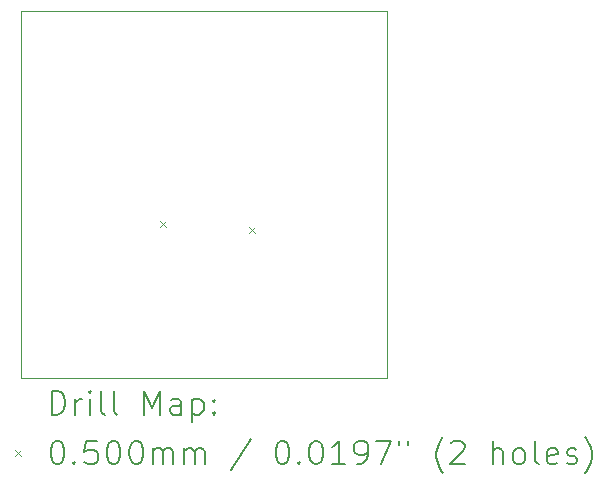
<source format=gbr>
%TF.GenerationSoftware,KiCad,Pcbnew,8.0.4*%
%TF.CreationDate,2024-09-08T15:37:25-07:00*%
%TF.ProjectId,8sept24 LED N RESISTOR SMD,38736570-7432-4342-904c-4544204e2052,rev?*%
%TF.SameCoordinates,Original*%
%TF.FileFunction,Drillmap*%
%TF.FilePolarity,Positive*%
%FSLAX45Y45*%
G04 Gerber Fmt 4.5, Leading zero omitted, Abs format (unit mm)*
G04 Created by KiCad (PCBNEW 8.0.4) date 2024-09-08 15:37:25*
%MOMM*%
%LPD*%
G01*
G04 APERTURE LIST*
%ADD10C,0.050000*%
%ADD11C,0.200000*%
%ADD12C,0.100000*%
G04 APERTURE END LIST*
D10*
X12650000Y-6900000D02*
X15750000Y-6900000D01*
X15750000Y-10000000D01*
X12650000Y-10000000D01*
X12650000Y-6900000D01*
D11*
D12*
X13825000Y-8675000D02*
X13875000Y-8725000D01*
X13875000Y-8675000D02*
X13825000Y-8725000D01*
X14575000Y-8725000D02*
X14625000Y-8775000D01*
X14625000Y-8725000D02*
X14575000Y-8775000D01*
D11*
X12908277Y-10313984D02*
X12908277Y-10113984D01*
X12908277Y-10113984D02*
X12955896Y-10113984D01*
X12955896Y-10113984D02*
X12984467Y-10123508D01*
X12984467Y-10123508D02*
X13003515Y-10142555D01*
X13003515Y-10142555D02*
X13013039Y-10161603D01*
X13013039Y-10161603D02*
X13022562Y-10199698D01*
X13022562Y-10199698D02*
X13022562Y-10228270D01*
X13022562Y-10228270D02*
X13013039Y-10266365D01*
X13013039Y-10266365D02*
X13003515Y-10285412D01*
X13003515Y-10285412D02*
X12984467Y-10304460D01*
X12984467Y-10304460D02*
X12955896Y-10313984D01*
X12955896Y-10313984D02*
X12908277Y-10313984D01*
X13108277Y-10313984D02*
X13108277Y-10180650D01*
X13108277Y-10218746D02*
X13117801Y-10199698D01*
X13117801Y-10199698D02*
X13127324Y-10190174D01*
X13127324Y-10190174D02*
X13146372Y-10180650D01*
X13146372Y-10180650D02*
X13165420Y-10180650D01*
X13232086Y-10313984D02*
X13232086Y-10180650D01*
X13232086Y-10113984D02*
X13222562Y-10123508D01*
X13222562Y-10123508D02*
X13232086Y-10133031D01*
X13232086Y-10133031D02*
X13241610Y-10123508D01*
X13241610Y-10123508D02*
X13232086Y-10113984D01*
X13232086Y-10113984D02*
X13232086Y-10133031D01*
X13355896Y-10313984D02*
X13336848Y-10304460D01*
X13336848Y-10304460D02*
X13327324Y-10285412D01*
X13327324Y-10285412D02*
X13327324Y-10113984D01*
X13460658Y-10313984D02*
X13441610Y-10304460D01*
X13441610Y-10304460D02*
X13432086Y-10285412D01*
X13432086Y-10285412D02*
X13432086Y-10113984D01*
X13689229Y-10313984D02*
X13689229Y-10113984D01*
X13689229Y-10113984D02*
X13755896Y-10256841D01*
X13755896Y-10256841D02*
X13822562Y-10113984D01*
X13822562Y-10113984D02*
X13822562Y-10313984D01*
X14003515Y-10313984D02*
X14003515Y-10209222D01*
X14003515Y-10209222D02*
X13993991Y-10190174D01*
X13993991Y-10190174D02*
X13974943Y-10180650D01*
X13974943Y-10180650D02*
X13936848Y-10180650D01*
X13936848Y-10180650D02*
X13917801Y-10190174D01*
X14003515Y-10304460D02*
X13984467Y-10313984D01*
X13984467Y-10313984D02*
X13936848Y-10313984D01*
X13936848Y-10313984D02*
X13917801Y-10304460D01*
X13917801Y-10304460D02*
X13908277Y-10285412D01*
X13908277Y-10285412D02*
X13908277Y-10266365D01*
X13908277Y-10266365D02*
X13917801Y-10247317D01*
X13917801Y-10247317D02*
X13936848Y-10237793D01*
X13936848Y-10237793D02*
X13984467Y-10237793D01*
X13984467Y-10237793D02*
X14003515Y-10228270D01*
X14098753Y-10180650D02*
X14098753Y-10380650D01*
X14098753Y-10190174D02*
X14117801Y-10180650D01*
X14117801Y-10180650D02*
X14155896Y-10180650D01*
X14155896Y-10180650D02*
X14174943Y-10190174D01*
X14174943Y-10190174D02*
X14184467Y-10199698D01*
X14184467Y-10199698D02*
X14193991Y-10218746D01*
X14193991Y-10218746D02*
X14193991Y-10275889D01*
X14193991Y-10275889D02*
X14184467Y-10294936D01*
X14184467Y-10294936D02*
X14174943Y-10304460D01*
X14174943Y-10304460D02*
X14155896Y-10313984D01*
X14155896Y-10313984D02*
X14117801Y-10313984D01*
X14117801Y-10313984D02*
X14098753Y-10304460D01*
X14279705Y-10294936D02*
X14289229Y-10304460D01*
X14289229Y-10304460D02*
X14279705Y-10313984D01*
X14279705Y-10313984D02*
X14270182Y-10304460D01*
X14270182Y-10304460D02*
X14279705Y-10294936D01*
X14279705Y-10294936D02*
X14279705Y-10313984D01*
X14279705Y-10190174D02*
X14289229Y-10199698D01*
X14289229Y-10199698D02*
X14279705Y-10209222D01*
X14279705Y-10209222D02*
X14270182Y-10199698D01*
X14270182Y-10199698D02*
X14279705Y-10190174D01*
X14279705Y-10190174D02*
X14279705Y-10209222D01*
D12*
X12597500Y-10617500D02*
X12647500Y-10667500D01*
X12647500Y-10617500D02*
X12597500Y-10667500D01*
D11*
X12946372Y-10533984D02*
X12965420Y-10533984D01*
X12965420Y-10533984D02*
X12984467Y-10543508D01*
X12984467Y-10543508D02*
X12993991Y-10553031D01*
X12993991Y-10553031D02*
X13003515Y-10572079D01*
X13003515Y-10572079D02*
X13013039Y-10610174D01*
X13013039Y-10610174D02*
X13013039Y-10657793D01*
X13013039Y-10657793D02*
X13003515Y-10695889D01*
X13003515Y-10695889D02*
X12993991Y-10714936D01*
X12993991Y-10714936D02*
X12984467Y-10724460D01*
X12984467Y-10724460D02*
X12965420Y-10733984D01*
X12965420Y-10733984D02*
X12946372Y-10733984D01*
X12946372Y-10733984D02*
X12927324Y-10724460D01*
X12927324Y-10724460D02*
X12917801Y-10714936D01*
X12917801Y-10714936D02*
X12908277Y-10695889D01*
X12908277Y-10695889D02*
X12898753Y-10657793D01*
X12898753Y-10657793D02*
X12898753Y-10610174D01*
X12898753Y-10610174D02*
X12908277Y-10572079D01*
X12908277Y-10572079D02*
X12917801Y-10553031D01*
X12917801Y-10553031D02*
X12927324Y-10543508D01*
X12927324Y-10543508D02*
X12946372Y-10533984D01*
X13098753Y-10714936D02*
X13108277Y-10724460D01*
X13108277Y-10724460D02*
X13098753Y-10733984D01*
X13098753Y-10733984D02*
X13089229Y-10724460D01*
X13089229Y-10724460D02*
X13098753Y-10714936D01*
X13098753Y-10714936D02*
X13098753Y-10733984D01*
X13289229Y-10533984D02*
X13193991Y-10533984D01*
X13193991Y-10533984D02*
X13184467Y-10629222D01*
X13184467Y-10629222D02*
X13193991Y-10619698D01*
X13193991Y-10619698D02*
X13213039Y-10610174D01*
X13213039Y-10610174D02*
X13260658Y-10610174D01*
X13260658Y-10610174D02*
X13279705Y-10619698D01*
X13279705Y-10619698D02*
X13289229Y-10629222D01*
X13289229Y-10629222D02*
X13298753Y-10648270D01*
X13298753Y-10648270D02*
X13298753Y-10695889D01*
X13298753Y-10695889D02*
X13289229Y-10714936D01*
X13289229Y-10714936D02*
X13279705Y-10724460D01*
X13279705Y-10724460D02*
X13260658Y-10733984D01*
X13260658Y-10733984D02*
X13213039Y-10733984D01*
X13213039Y-10733984D02*
X13193991Y-10724460D01*
X13193991Y-10724460D02*
X13184467Y-10714936D01*
X13422562Y-10533984D02*
X13441610Y-10533984D01*
X13441610Y-10533984D02*
X13460658Y-10543508D01*
X13460658Y-10543508D02*
X13470182Y-10553031D01*
X13470182Y-10553031D02*
X13479705Y-10572079D01*
X13479705Y-10572079D02*
X13489229Y-10610174D01*
X13489229Y-10610174D02*
X13489229Y-10657793D01*
X13489229Y-10657793D02*
X13479705Y-10695889D01*
X13479705Y-10695889D02*
X13470182Y-10714936D01*
X13470182Y-10714936D02*
X13460658Y-10724460D01*
X13460658Y-10724460D02*
X13441610Y-10733984D01*
X13441610Y-10733984D02*
X13422562Y-10733984D01*
X13422562Y-10733984D02*
X13403515Y-10724460D01*
X13403515Y-10724460D02*
X13393991Y-10714936D01*
X13393991Y-10714936D02*
X13384467Y-10695889D01*
X13384467Y-10695889D02*
X13374943Y-10657793D01*
X13374943Y-10657793D02*
X13374943Y-10610174D01*
X13374943Y-10610174D02*
X13384467Y-10572079D01*
X13384467Y-10572079D02*
X13393991Y-10553031D01*
X13393991Y-10553031D02*
X13403515Y-10543508D01*
X13403515Y-10543508D02*
X13422562Y-10533984D01*
X13613039Y-10533984D02*
X13632086Y-10533984D01*
X13632086Y-10533984D02*
X13651134Y-10543508D01*
X13651134Y-10543508D02*
X13660658Y-10553031D01*
X13660658Y-10553031D02*
X13670182Y-10572079D01*
X13670182Y-10572079D02*
X13679705Y-10610174D01*
X13679705Y-10610174D02*
X13679705Y-10657793D01*
X13679705Y-10657793D02*
X13670182Y-10695889D01*
X13670182Y-10695889D02*
X13660658Y-10714936D01*
X13660658Y-10714936D02*
X13651134Y-10724460D01*
X13651134Y-10724460D02*
X13632086Y-10733984D01*
X13632086Y-10733984D02*
X13613039Y-10733984D01*
X13613039Y-10733984D02*
X13593991Y-10724460D01*
X13593991Y-10724460D02*
X13584467Y-10714936D01*
X13584467Y-10714936D02*
X13574943Y-10695889D01*
X13574943Y-10695889D02*
X13565420Y-10657793D01*
X13565420Y-10657793D02*
X13565420Y-10610174D01*
X13565420Y-10610174D02*
X13574943Y-10572079D01*
X13574943Y-10572079D02*
X13584467Y-10553031D01*
X13584467Y-10553031D02*
X13593991Y-10543508D01*
X13593991Y-10543508D02*
X13613039Y-10533984D01*
X13765420Y-10733984D02*
X13765420Y-10600650D01*
X13765420Y-10619698D02*
X13774943Y-10610174D01*
X13774943Y-10610174D02*
X13793991Y-10600650D01*
X13793991Y-10600650D02*
X13822563Y-10600650D01*
X13822563Y-10600650D02*
X13841610Y-10610174D01*
X13841610Y-10610174D02*
X13851134Y-10629222D01*
X13851134Y-10629222D02*
X13851134Y-10733984D01*
X13851134Y-10629222D02*
X13860658Y-10610174D01*
X13860658Y-10610174D02*
X13879705Y-10600650D01*
X13879705Y-10600650D02*
X13908277Y-10600650D01*
X13908277Y-10600650D02*
X13927324Y-10610174D01*
X13927324Y-10610174D02*
X13936848Y-10629222D01*
X13936848Y-10629222D02*
X13936848Y-10733984D01*
X14032086Y-10733984D02*
X14032086Y-10600650D01*
X14032086Y-10619698D02*
X14041610Y-10610174D01*
X14041610Y-10610174D02*
X14060658Y-10600650D01*
X14060658Y-10600650D02*
X14089229Y-10600650D01*
X14089229Y-10600650D02*
X14108277Y-10610174D01*
X14108277Y-10610174D02*
X14117801Y-10629222D01*
X14117801Y-10629222D02*
X14117801Y-10733984D01*
X14117801Y-10629222D02*
X14127324Y-10610174D01*
X14127324Y-10610174D02*
X14146372Y-10600650D01*
X14146372Y-10600650D02*
X14174943Y-10600650D01*
X14174943Y-10600650D02*
X14193991Y-10610174D01*
X14193991Y-10610174D02*
X14203515Y-10629222D01*
X14203515Y-10629222D02*
X14203515Y-10733984D01*
X14593991Y-10524460D02*
X14422563Y-10781603D01*
X14851134Y-10533984D02*
X14870182Y-10533984D01*
X14870182Y-10533984D02*
X14889229Y-10543508D01*
X14889229Y-10543508D02*
X14898753Y-10553031D01*
X14898753Y-10553031D02*
X14908277Y-10572079D01*
X14908277Y-10572079D02*
X14917801Y-10610174D01*
X14917801Y-10610174D02*
X14917801Y-10657793D01*
X14917801Y-10657793D02*
X14908277Y-10695889D01*
X14908277Y-10695889D02*
X14898753Y-10714936D01*
X14898753Y-10714936D02*
X14889229Y-10724460D01*
X14889229Y-10724460D02*
X14870182Y-10733984D01*
X14870182Y-10733984D02*
X14851134Y-10733984D01*
X14851134Y-10733984D02*
X14832086Y-10724460D01*
X14832086Y-10724460D02*
X14822563Y-10714936D01*
X14822563Y-10714936D02*
X14813039Y-10695889D01*
X14813039Y-10695889D02*
X14803515Y-10657793D01*
X14803515Y-10657793D02*
X14803515Y-10610174D01*
X14803515Y-10610174D02*
X14813039Y-10572079D01*
X14813039Y-10572079D02*
X14822563Y-10553031D01*
X14822563Y-10553031D02*
X14832086Y-10543508D01*
X14832086Y-10543508D02*
X14851134Y-10533984D01*
X15003515Y-10714936D02*
X15013039Y-10724460D01*
X15013039Y-10724460D02*
X15003515Y-10733984D01*
X15003515Y-10733984D02*
X14993991Y-10724460D01*
X14993991Y-10724460D02*
X15003515Y-10714936D01*
X15003515Y-10714936D02*
X15003515Y-10733984D01*
X15136848Y-10533984D02*
X15155896Y-10533984D01*
X15155896Y-10533984D02*
X15174944Y-10543508D01*
X15174944Y-10543508D02*
X15184467Y-10553031D01*
X15184467Y-10553031D02*
X15193991Y-10572079D01*
X15193991Y-10572079D02*
X15203515Y-10610174D01*
X15203515Y-10610174D02*
X15203515Y-10657793D01*
X15203515Y-10657793D02*
X15193991Y-10695889D01*
X15193991Y-10695889D02*
X15184467Y-10714936D01*
X15184467Y-10714936D02*
X15174944Y-10724460D01*
X15174944Y-10724460D02*
X15155896Y-10733984D01*
X15155896Y-10733984D02*
X15136848Y-10733984D01*
X15136848Y-10733984D02*
X15117801Y-10724460D01*
X15117801Y-10724460D02*
X15108277Y-10714936D01*
X15108277Y-10714936D02*
X15098753Y-10695889D01*
X15098753Y-10695889D02*
X15089229Y-10657793D01*
X15089229Y-10657793D02*
X15089229Y-10610174D01*
X15089229Y-10610174D02*
X15098753Y-10572079D01*
X15098753Y-10572079D02*
X15108277Y-10553031D01*
X15108277Y-10553031D02*
X15117801Y-10543508D01*
X15117801Y-10543508D02*
X15136848Y-10533984D01*
X15393991Y-10733984D02*
X15279706Y-10733984D01*
X15336848Y-10733984D02*
X15336848Y-10533984D01*
X15336848Y-10533984D02*
X15317801Y-10562555D01*
X15317801Y-10562555D02*
X15298753Y-10581603D01*
X15298753Y-10581603D02*
X15279706Y-10591127D01*
X15489229Y-10733984D02*
X15527325Y-10733984D01*
X15527325Y-10733984D02*
X15546372Y-10724460D01*
X15546372Y-10724460D02*
X15555896Y-10714936D01*
X15555896Y-10714936D02*
X15574944Y-10686365D01*
X15574944Y-10686365D02*
X15584467Y-10648270D01*
X15584467Y-10648270D02*
X15584467Y-10572079D01*
X15584467Y-10572079D02*
X15574944Y-10553031D01*
X15574944Y-10553031D02*
X15565420Y-10543508D01*
X15565420Y-10543508D02*
X15546372Y-10533984D01*
X15546372Y-10533984D02*
X15508277Y-10533984D01*
X15508277Y-10533984D02*
X15489229Y-10543508D01*
X15489229Y-10543508D02*
X15479706Y-10553031D01*
X15479706Y-10553031D02*
X15470182Y-10572079D01*
X15470182Y-10572079D02*
X15470182Y-10619698D01*
X15470182Y-10619698D02*
X15479706Y-10638746D01*
X15479706Y-10638746D02*
X15489229Y-10648270D01*
X15489229Y-10648270D02*
X15508277Y-10657793D01*
X15508277Y-10657793D02*
X15546372Y-10657793D01*
X15546372Y-10657793D02*
X15565420Y-10648270D01*
X15565420Y-10648270D02*
X15574944Y-10638746D01*
X15574944Y-10638746D02*
X15584467Y-10619698D01*
X15651134Y-10533984D02*
X15784467Y-10533984D01*
X15784467Y-10533984D02*
X15698753Y-10733984D01*
X15851134Y-10533984D02*
X15851134Y-10572079D01*
X15927325Y-10533984D02*
X15927325Y-10572079D01*
X16222563Y-10810174D02*
X16213039Y-10800650D01*
X16213039Y-10800650D02*
X16193991Y-10772079D01*
X16193991Y-10772079D02*
X16184468Y-10753031D01*
X16184468Y-10753031D02*
X16174944Y-10724460D01*
X16174944Y-10724460D02*
X16165420Y-10676841D01*
X16165420Y-10676841D02*
X16165420Y-10638746D01*
X16165420Y-10638746D02*
X16174944Y-10591127D01*
X16174944Y-10591127D02*
X16184468Y-10562555D01*
X16184468Y-10562555D02*
X16193991Y-10543508D01*
X16193991Y-10543508D02*
X16213039Y-10514936D01*
X16213039Y-10514936D02*
X16222563Y-10505412D01*
X16289229Y-10553031D02*
X16298753Y-10543508D01*
X16298753Y-10543508D02*
X16317801Y-10533984D01*
X16317801Y-10533984D02*
X16365420Y-10533984D01*
X16365420Y-10533984D02*
X16384468Y-10543508D01*
X16384468Y-10543508D02*
X16393991Y-10553031D01*
X16393991Y-10553031D02*
X16403515Y-10572079D01*
X16403515Y-10572079D02*
X16403515Y-10591127D01*
X16403515Y-10591127D02*
X16393991Y-10619698D01*
X16393991Y-10619698D02*
X16279706Y-10733984D01*
X16279706Y-10733984D02*
X16403515Y-10733984D01*
X16641610Y-10733984D02*
X16641610Y-10533984D01*
X16727325Y-10733984D02*
X16727325Y-10629222D01*
X16727325Y-10629222D02*
X16717801Y-10610174D01*
X16717801Y-10610174D02*
X16698753Y-10600650D01*
X16698753Y-10600650D02*
X16670182Y-10600650D01*
X16670182Y-10600650D02*
X16651134Y-10610174D01*
X16651134Y-10610174D02*
X16641610Y-10619698D01*
X16851134Y-10733984D02*
X16832087Y-10724460D01*
X16832087Y-10724460D02*
X16822563Y-10714936D01*
X16822563Y-10714936D02*
X16813039Y-10695889D01*
X16813039Y-10695889D02*
X16813039Y-10638746D01*
X16813039Y-10638746D02*
X16822563Y-10619698D01*
X16822563Y-10619698D02*
X16832087Y-10610174D01*
X16832087Y-10610174D02*
X16851134Y-10600650D01*
X16851134Y-10600650D02*
X16879706Y-10600650D01*
X16879706Y-10600650D02*
X16898753Y-10610174D01*
X16898753Y-10610174D02*
X16908277Y-10619698D01*
X16908277Y-10619698D02*
X16917801Y-10638746D01*
X16917801Y-10638746D02*
X16917801Y-10695889D01*
X16917801Y-10695889D02*
X16908277Y-10714936D01*
X16908277Y-10714936D02*
X16898753Y-10724460D01*
X16898753Y-10724460D02*
X16879706Y-10733984D01*
X16879706Y-10733984D02*
X16851134Y-10733984D01*
X17032087Y-10733984D02*
X17013039Y-10724460D01*
X17013039Y-10724460D02*
X17003515Y-10705412D01*
X17003515Y-10705412D02*
X17003515Y-10533984D01*
X17184468Y-10724460D02*
X17165420Y-10733984D01*
X17165420Y-10733984D02*
X17127325Y-10733984D01*
X17127325Y-10733984D02*
X17108277Y-10724460D01*
X17108277Y-10724460D02*
X17098753Y-10705412D01*
X17098753Y-10705412D02*
X17098753Y-10629222D01*
X17098753Y-10629222D02*
X17108277Y-10610174D01*
X17108277Y-10610174D02*
X17127325Y-10600650D01*
X17127325Y-10600650D02*
X17165420Y-10600650D01*
X17165420Y-10600650D02*
X17184468Y-10610174D01*
X17184468Y-10610174D02*
X17193992Y-10629222D01*
X17193992Y-10629222D02*
X17193992Y-10648270D01*
X17193992Y-10648270D02*
X17098753Y-10667317D01*
X17270182Y-10724460D02*
X17289230Y-10733984D01*
X17289230Y-10733984D02*
X17327325Y-10733984D01*
X17327325Y-10733984D02*
X17346373Y-10724460D01*
X17346373Y-10724460D02*
X17355896Y-10705412D01*
X17355896Y-10705412D02*
X17355896Y-10695889D01*
X17355896Y-10695889D02*
X17346373Y-10676841D01*
X17346373Y-10676841D02*
X17327325Y-10667317D01*
X17327325Y-10667317D02*
X17298753Y-10667317D01*
X17298753Y-10667317D02*
X17279706Y-10657793D01*
X17279706Y-10657793D02*
X17270182Y-10638746D01*
X17270182Y-10638746D02*
X17270182Y-10629222D01*
X17270182Y-10629222D02*
X17279706Y-10610174D01*
X17279706Y-10610174D02*
X17298753Y-10600650D01*
X17298753Y-10600650D02*
X17327325Y-10600650D01*
X17327325Y-10600650D02*
X17346373Y-10610174D01*
X17422563Y-10810174D02*
X17432087Y-10800650D01*
X17432087Y-10800650D02*
X17451134Y-10772079D01*
X17451134Y-10772079D02*
X17460658Y-10753031D01*
X17460658Y-10753031D02*
X17470182Y-10724460D01*
X17470182Y-10724460D02*
X17479706Y-10676841D01*
X17479706Y-10676841D02*
X17479706Y-10638746D01*
X17479706Y-10638746D02*
X17470182Y-10591127D01*
X17470182Y-10591127D02*
X17460658Y-10562555D01*
X17460658Y-10562555D02*
X17451134Y-10543508D01*
X17451134Y-10543508D02*
X17432087Y-10514936D01*
X17432087Y-10514936D02*
X17422563Y-10505412D01*
M02*

</source>
